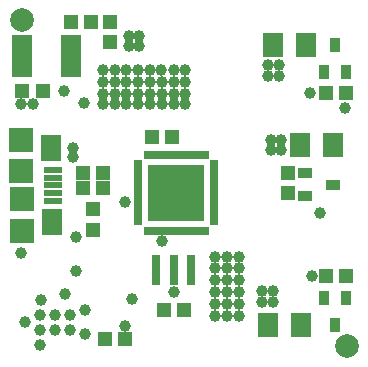
<source format=gbr>
G04 DipTrace 2.3.0.0*
%INTopMask.gbr*%
%MOMM*%
%ADD35C,2.0*%
%ADD48C,0.991*%
%ADD50R,0.804X2.504*%
%ADD56R,4.704X4.704*%
%ADD58R,0.504X0.804*%
%ADD60R,0.804X0.504*%
%ADD62R,1.804X2.004*%
%ADD64R,1.254X0.854*%
%ADD66R,0.854X1.254*%
%ADD70R,2.104X2.104*%
%ADD72R,2.104X2.004*%
%ADD74R,1.804X2.304*%
%ADD76R,1.554X0.604*%
%ADD78R,1.804X3.604*%
%ADD80R,1.204X1.304*%
%ADD82R,1.304X1.204*%
%FSLAX53Y53*%
G04*
G71*
G90*
G75*
G01*
%LNTopMask*%
%LPD*%
D48*
X14000Y5900D3*
X5500Y18100D3*
Y17300D3*
X1100Y21800D3*
X2100D3*
X13000Y10200D3*
X10500Y5300D3*
X2700Y1400D3*
X4760Y5770D3*
X9920Y13540D3*
X25540Y22800D3*
X9890Y3010D3*
X2730Y5270D3*
X23100Y18800D3*
Y17900D3*
X22200Y18800D3*
Y17900D3*
X22900Y25100D3*
Y24200D3*
X22000Y25100D3*
Y24200D3*
X22400Y6000D3*
Y5100D3*
X21500Y6000D3*
Y5100D3*
X5700Y7700D3*
X5692Y10555D3*
X25700Y7300D3*
X11100Y27600D3*
Y26700D3*
X10200Y27600D3*
Y26700D3*
X26400Y12600D3*
X28500Y21500D3*
X4700Y22900D3*
X6400Y21900D3*
X8000Y24700D3*
X9000D3*
X10000D3*
X11000D3*
X8000Y23700D3*
X9000D3*
X10000D3*
X11000D3*
X8000Y22700D3*
X9000D3*
X10000D3*
X11000D3*
X8000Y21800D3*
X9000D3*
X10000D3*
X11000D3*
X12000Y24700D3*
X12900D3*
X14000D3*
X15000D3*
X12000Y23700D3*
X13000D3*
X14000D3*
X15000D3*
X12000Y22700D3*
X13000D3*
X14000D3*
X15000D3*
X12000Y21800D3*
X13000D3*
X14000D3*
X15000D3*
X17500Y8900D3*
X18500D3*
X19500D3*
X17500Y7900D3*
X18500D3*
X19500D3*
X17500Y6900D3*
X18500D3*
X19500D3*
X1100Y9200D3*
X17500Y5900D3*
X18500D3*
X19500D3*
X17500Y4900D3*
X18500D3*
X19500D3*
X17500Y3900D3*
X18500D3*
X19500D3*
D82*
X13900Y19000D3*
X12200D3*
D80*
X7200Y12900D3*
Y11200D3*
D82*
X1200Y22900D3*
X2900D3*
X5300Y28800D3*
X7000D3*
D80*
X8600Y27100D3*
Y28800D3*
D78*
X5300Y25900D3*
X1200D3*
D48*
X2700Y2700D3*
Y3970D3*
X3970Y2700D3*
Y3970D3*
X5240Y2700D3*
Y3970D3*
X1430Y3335D3*
X6510Y4351D3*
Y2319D3*
D76*
X3800Y16250D3*
Y15600D3*
Y14950D3*
Y14300D3*
Y13650D3*
D74*
X3650Y18060D3*
X3690Y11840D3*
D72*
X1090Y18750D3*
X1120Y11090D3*
D70*
X1110Y16140D3*
X1120Y13750D3*
D35*
X1200Y28900D3*
X28700Y1300D3*
D66*
X28600Y5400D3*
X26700D3*
X27650Y3100D3*
D64*
X25160Y15950D3*
Y14050D3*
X27460Y15000D3*
D66*
X26700Y24500D3*
X28600D3*
X27650Y26800D3*
D82*
X8200Y1900D3*
X9900D3*
X14900Y4400D3*
X13200D3*
X8000Y16000D3*
X6300D3*
X8000Y14700D3*
X6300D3*
D62*
X24800Y3100D3*
X22000D3*
X27460Y18350D3*
X24660D3*
X25200Y26800D3*
X22400D3*
D82*
X26900Y7300D3*
X28600D3*
D80*
X23660Y14250D3*
Y15950D3*
D82*
X28600Y22800D3*
X26900D3*
D60*
X11000Y16800D3*
Y16300D3*
Y15800D3*
Y15300D3*
Y14800D3*
Y14300D3*
Y13800D3*
Y13300D3*
Y12800D3*
Y12300D3*
Y11800D3*
D58*
X11700Y11100D3*
X12200D3*
X12700D3*
X13200D3*
X13700D3*
X14200D3*
X14700D3*
X15200D3*
X15700D3*
X16200D3*
X16700D3*
D60*
X17400Y11800D3*
Y12300D3*
Y12800D3*
Y13300D3*
Y13800D3*
Y14300D3*
Y14800D3*
Y15300D3*
Y15800D3*
Y16300D3*
Y16800D3*
D58*
X16700Y17500D3*
X16200D3*
X15700D3*
X15200D3*
X14700D3*
X14200D3*
X13700D3*
X13200D3*
X12700D3*
X12200D3*
X11700D3*
D56*
X14200Y14300D3*
D50*
X12500Y7800D3*
X13999Y7790D3*
X15506Y7800D3*
M02*

</source>
